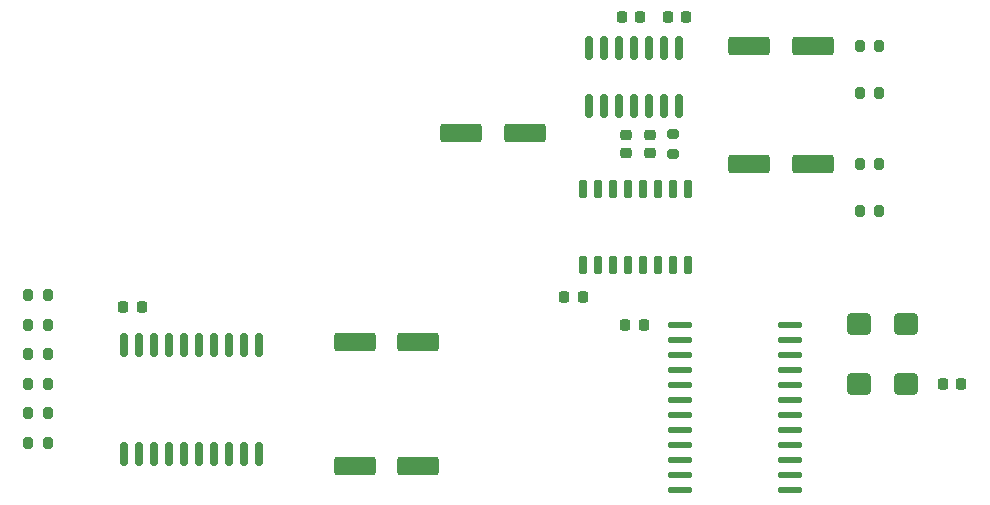
<source format=gbr>
%TF.GenerationSoftware,KiCad,Pcbnew,9.0.1+1*%
%TF.CreationDate,2025-10-05T23:07:08+00:00*%
%TF.ProjectId,rcbus-opl3,72636275-732d-46f7-906c-332e6b696361,@version@*%
%TF.SameCoordinates,Original*%
%TF.FileFunction,Paste,Top*%
%TF.FilePolarity,Positive*%
%FSLAX46Y46*%
G04 Gerber Fmt 4.6, Leading zero omitted, Abs format (unit mm)*
G04 Created by KiCad (PCBNEW 9.0.1+1) date 2025-10-05 23:07:08*
%MOMM*%
%LPD*%
G01*
G04 APERTURE LIST*
G04 Aperture macros list*
%AMRoundRect*
0 Rectangle with rounded corners*
0 $1 Rounding radius*
0 $2 $3 $4 $5 $6 $7 $8 $9 X,Y pos of 4 corners*
0 Add a 4 corners polygon primitive as box body*
4,1,4,$2,$3,$4,$5,$6,$7,$8,$9,$2,$3,0*
0 Add four circle primitives for the rounded corners*
1,1,$1+$1,$2,$3*
1,1,$1+$1,$4,$5*
1,1,$1+$1,$6,$7*
1,1,$1+$1,$8,$9*
0 Add four rect primitives between the rounded corners*
20,1,$1+$1,$2,$3,$4,$5,0*
20,1,$1+$1,$4,$5,$6,$7,0*
20,1,$1+$1,$6,$7,$8,$9,0*
20,1,$1+$1,$8,$9,$2,$3,0*%
G04 Aperture macros list end*
%ADD10RoundRect,0.225000X-0.225000X-0.250000X0.225000X-0.250000X0.225000X0.250000X-0.225000X0.250000X0*%
%ADD11RoundRect,0.225000X0.225000X0.250000X-0.225000X0.250000X-0.225000X-0.250000X0.225000X-0.250000X0*%
%ADD12RoundRect,0.150000X0.150000X-0.875000X0.150000X0.875000X-0.150000X0.875000X-0.150000X-0.875000X0*%
%ADD13RoundRect,0.225000X-0.250000X0.225000X-0.250000X-0.225000X0.250000X-0.225000X0.250000X0.225000X0*%
%ADD14RoundRect,0.250000X1.500000X0.550000X-1.500000X0.550000X-1.500000X-0.550000X1.500000X-0.550000X0*%
%ADD15RoundRect,0.137500X-0.862500X-0.137500X0.862500X-0.137500X0.862500X0.137500X-0.862500X0.137500X0*%
%ADD16RoundRect,0.250000X0.750000X-0.650000X0.750000X0.650000X-0.750000X0.650000X-0.750000X-0.650000X0*%
%ADD17RoundRect,0.150000X0.150000X-0.650000X0.150000X0.650000X-0.150000X0.650000X-0.150000X-0.650000X0*%
%ADD18RoundRect,0.200000X-0.200000X-0.275000X0.200000X-0.275000X0.200000X0.275000X-0.200000X0.275000X0*%
%ADD19RoundRect,0.200000X0.275000X-0.200000X0.275000X0.200000X-0.275000X0.200000X-0.275000X-0.200000X0*%
%ADD20RoundRect,0.150000X0.150000X-0.825000X0.150000X0.825000X-0.150000X0.825000X-0.150000X-0.825000X0*%
%ADD21RoundRect,0.250000X-1.500000X-0.550000X1.500000X-0.550000X1.500000X0.550000X-1.500000X0.550000X0*%
G04 APERTURE END LIST*
D10*
%TO.C,C1*%
X80225000Y-142500000D03*
X81775000Y-142500000D03*
%TD*%
D11*
%TO.C,C7*%
X119100000Y-141700000D03*
X117550000Y-141700000D03*
%TD*%
D12*
%TO.C,U1*%
X80285000Y-155000000D03*
X81555000Y-155000000D03*
X82825000Y-155000000D03*
X84095000Y-155000000D03*
X85365000Y-155000000D03*
X86635000Y-155000000D03*
X87905000Y-155000000D03*
X89175000Y-155000000D03*
X90445000Y-155000000D03*
X91715000Y-155000000D03*
X91715000Y-145700000D03*
X90445000Y-145700000D03*
X89175000Y-145700000D03*
X87905000Y-145700000D03*
X86635000Y-145700000D03*
X85365000Y-145700000D03*
X84095000Y-145700000D03*
X82825000Y-145700000D03*
X81555000Y-145700000D03*
X80285000Y-145700000D03*
%TD*%
D13*
%TO.C,C11*%
X124800000Y-127950000D03*
X124800000Y-129500000D03*
%TD*%
D14*
%TO.C,C8*%
X114200000Y-127800000D03*
X108800000Y-127800000D03*
%TD*%
D13*
%TO.C,C12*%
X122800000Y-127950000D03*
X122800000Y-129500000D03*
%TD*%
D15*
%TO.C,U2*%
X127350000Y-144015000D03*
X127350000Y-145285000D03*
X127350000Y-146555000D03*
X127350000Y-147825000D03*
X127350000Y-149095000D03*
X127350000Y-150365000D03*
X127350000Y-151635000D03*
X127350000Y-152905000D03*
X127350000Y-154175000D03*
X127350000Y-155445000D03*
X127350000Y-156715000D03*
X127350000Y-157985000D03*
X136650000Y-157985000D03*
X136650000Y-156715000D03*
X136650000Y-155445000D03*
X136650000Y-154175000D03*
X136650000Y-152905000D03*
X136650000Y-151635000D03*
X136650000Y-150365000D03*
X136650000Y-149095000D03*
X136650000Y-147825000D03*
X136650000Y-146555000D03*
X136650000Y-145285000D03*
X136650000Y-144015000D03*
%TD*%
D11*
%TO.C,C6*%
X124275000Y-144000000D03*
X122725000Y-144000000D03*
%TD*%
D16*
%TO.C,Y1*%
X146500000Y-149040000D03*
X146500000Y-143960000D03*
X142500000Y-143960000D03*
X142500000Y-149040000D03*
%TD*%
D17*
%TO.C,U3*%
X119150000Y-139000000D03*
X120420000Y-139000000D03*
X121690000Y-139000000D03*
X122960000Y-139000000D03*
X124230000Y-139000000D03*
X125500000Y-139000000D03*
X126770000Y-139000000D03*
X128040000Y-139000000D03*
X128040000Y-132500000D03*
X126770000Y-132500000D03*
X125500000Y-132500000D03*
X124230000Y-132500000D03*
X122960000Y-132500000D03*
X121690000Y-132500000D03*
X120420000Y-132500000D03*
X119150000Y-132500000D03*
%TD*%
D18*
%TO.C,R6*%
X72175000Y-154000000D03*
X73825000Y-154000000D03*
%TD*%
D10*
%TO.C,C9*%
X126325000Y-118000000D03*
X127875000Y-118000000D03*
%TD*%
D18*
%TO.C,R5*%
X72175000Y-151500000D03*
X73825000Y-151500000D03*
%TD*%
%TO.C,R8*%
X142575000Y-120400000D03*
X144225000Y-120400000D03*
%TD*%
D19*
%TO.C,R7*%
X126750000Y-129550000D03*
X126750000Y-127900000D03*
%TD*%
D18*
%TO.C,R9*%
X142575000Y-130400000D03*
X144225000Y-130400000D03*
%TD*%
%TO.C,R3*%
X72175000Y-146500000D03*
X73825000Y-146500000D03*
%TD*%
%TO.C,R1*%
X72175000Y-141500000D03*
X73825000Y-141500000D03*
%TD*%
D10*
%TO.C,C10*%
X122450000Y-118000000D03*
X124000000Y-118000000D03*
%TD*%
D18*
%TO.C,R2*%
X72175000Y-144000000D03*
X73825000Y-144000000D03*
%TD*%
D20*
%TO.C,U4*%
X119690000Y-125512022D03*
X120960000Y-125512022D03*
X122230000Y-125512022D03*
X123500000Y-125512022D03*
X124770000Y-125512022D03*
X126040000Y-125512022D03*
X127310000Y-125512022D03*
X127310000Y-120562022D03*
X126040000Y-120562022D03*
X124770000Y-120562022D03*
X123500000Y-120562022D03*
X122230000Y-120562022D03*
X120960000Y-120562022D03*
X119690000Y-120562022D03*
%TD*%
D21*
%TO.C,C16*%
X133200000Y-130400000D03*
X138600000Y-130400000D03*
%TD*%
D18*
%TO.C,R4*%
X72175000Y-149000000D03*
X73825000Y-149000000D03*
%TD*%
D14*
%TO.C,C5*%
X105200000Y-156000000D03*
X99800000Y-156000000D03*
%TD*%
%TO.C,C2*%
X105200000Y-145500000D03*
X99800000Y-145500000D03*
%TD*%
D21*
%TO.C,C15*%
X133200000Y-120400000D03*
X138600000Y-120400000D03*
%TD*%
D10*
%TO.C,C19*%
X149589000Y-149026000D03*
X151139000Y-149026000D03*
%TD*%
D18*
%TO.C,R10*%
X142575000Y-124400000D03*
X144225000Y-124400000D03*
%TD*%
%TO.C,R11*%
X142575000Y-134400000D03*
X144225000Y-134400000D03*
%TD*%
M02*

</source>
